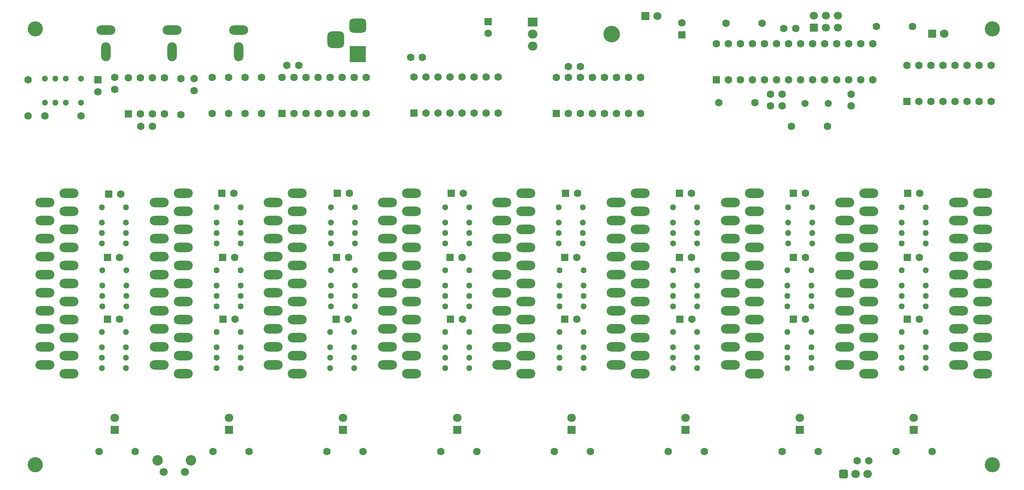
<source format=gbr>
%TF.GenerationSoftware,KiCad,Pcbnew,9.0.6*%
%TF.CreationDate,2025-10-31T15:30:13+00:00*%
%TF.ProjectId,SCART_Invader,53434152-545f-4496-9e76-616465722e6b,rev?*%
%TF.SameCoordinates,Original*%
%TF.FileFunction,Soldermask,Bot*%
%TF.FilePolarity,Negative*%
%FSLAX46Y46*%
G04 Gerber Fmt 4.6, Leading zero omitted, Abs format (unit mm)*
G04 Created by KiCad (PCBNEW 9.0.6) date 2025-10-31 15:30:13*
%MOMM*%
%LPD*%
G01*
G04 APERTURE LIST*
G04 Aperture macros list*
%AMRoundRect*
0 Rectangle with rounded corners*
0 $1 Rounding radius*
0 $2 $3 $4 $5 $6 $7 $8 $9 X,Y pos of 4 corners*
0 Add a 4 corners polygon primitive as box body*
4,1,4,$2,$3,$4,$5,$6,$7,$8,$9,$2,$3,0*
0 Add four circle primitives for the rounded corners*
1,1,$1+$1,$2,$3*
1,1,$1+$1,$4,$5*
1,1,$1+$1,$6,$7*
1,1,$1+$1,$8,$9*
0 Add four rect primitives between the rounded corners*
20,1,$1+$1,$2,$3,$4,$5,0*
20,1,$1+$1,$4,$5,$6,$7,0*
20,1,$1+$1,$6,$7,$8,$9,0*
20,1,$1+$1,$8,$9,$2,$3,0*%
G04 Aperture macros list end*
%ADD10C,1.300000*%
%ADD11RoundRect,0.250000X-0.550000X-0.550000X0.550000X-0.550000X0.550000X0.550000X-0.550000X0.550000X0*%
%ADD12C,1.600000*%
%ADD13C,3.200000*%
%ADD14R,1.800000X1.800000*%
%ADD15C,1.800000*%
%ADD16O,4.000000X2.000000*%
%ADD17RoundRect,0.250000X0.550000X-0.550000X0.550000X0.550000X-0.550000X0.550000X-0.550000X-0.550000X0*%
%ADD18R,3.500000X3.500000*%
%ADD19RoundRect,0.750000X-1.000000X0.750000X-1.000000X-0.750000X1.000000X-0.750000X1.000000X0.750000X0*%
%ADD20RoundRect,0.875000X-0.875000X0.875000X-0.875000X-0.875000X0.875000X-0.875000X0.875000X0.875000X0*%
%ADD21RoundRect,0.250000X-0.550000X0.550000X-0.550000X-0.550000X0.550000X-0.550000X0.550000X0.550000X0*%
%ADD22R,1.700000X1.700000*%
%ADD23C,1.700000*%
%ADD24RoundRect,0.250200X-0.649800X-0.649800X0.649800X-0.649800X0.649800X0.649800X-0.649800X0.649800X0*%
%ADD25O,2.000000X4.000000*%
%ADD26C,2.200000*%
%ADD27C,1.500000*%
%ADD28C,3.500000*%
%ADD29R,2.000000X1.905000*%
%ADD30O,2.000000X1.905000*%
G04 APERTURE END LIST*
D10*
%TO.C,K11*%
X126629000Y-100467227D03*
X126629000Y-103667227D03*
X126629000Y-105867227D03*
X126629000Y-108067227D03*
X131709000Y-108067227D03*
X131709000Y-105867227D03*
X131709000Y-103667227D03*
X131709000Y-100467227D03*
%TD*%
%TO.C,K22*%
X198882000Y-100467227D03*
X198882000Y-103667227D03*
X198882000Y-105867227D03*
X198882000Y-108067227D03*
X203962000Y-108067227D03*
X203962000Y-105867227D03*
X203962000Y-103667227D03*
X203962000Y-100467227D03*
%TD*%
D11*
%TO.C,D30*%
X103710000Y-97750000D03*
D12*
X106250000Y-97750000D03*
%TD*%
%TO.C,C7*%
X197764400Y-65748051D03*
X197764400Y-63248051D03*
%TD*%
D13*
%TO.C,H2*%
X40097000Y-141450000D03*
%TD*%
D14*
%TO.C,D8*%
X177364571Y-134112000D03*
D15*
X177364571Y-131572000D03*
%TD*%
D16*
%TO.C,J5*%
X71311426Y-84186134D03*
X66231426Y-86101134D03*
X71311426Y-87996134D03*
X66231426Y-89911134D03*
X71311426Y-91806134D03*
X66231426Y-93721134D03*
X71311426Y-95616134D03*
X66231426Y-97531134D03*
X71311426Y-99426134D03*
X66231426Y-101341134D03*
X71311426Y-103236134D03*
X66231426Y-105151134D03*
X71311426Y-107046134D03*
X66231426Y-108961134D03*
X71311426Y-110856134D03*
X66231426Y-112771134D03*
X71311426Y-114666134D03*
X66231426Y-116581134D03*
X71311426Y-118476134D03*
X66231426Y-120391134D03*
X71311426Y-122286134D03*
%TD*%
D17*
%TO.C,C10*%
X176594887Y-50684313D03*
D12*
X176594887Y-48184313D03*
%TD*%
D17*
%TO.C,U8*%
X59792000Y-67370000D03*
D12*
X62332000Y-67370000D03*
X64872000Y-67370000D03*
X67412000Y-67370000D03*
X67412000Y-59750000D03*
X64872000Y-59750000D03*
X62332000Y-59750000D03*
X59792000Y-59750000D03*
%TD*%
%TO.C,C6*%
X212305458Y-65748051D03*
X212305458Y-63248051D03*
%TD*%
D16*
%TO.C,J12*%
X240130426Y-84186134D03*
X235050426Y-86101134D03*
X240130426Y-87996134D03*
X235050426Y-89911134D03*
X240130426Y-91806134D03*
X235050426Y-93721134D03*
X240130426Y-95616134D03*
X235050426Y-97531134D03*
X240130426Y-99426134D03*
X235050426Y-101341134D03*
X240130426Y-103236134D03*
X235050426Y-105151134D03*
X240130426Y-107046134D03*
X235050426Y-108961134D03*
X240130426Y-110856134D03*
X235050426Y-112771134D03*
X240130426Y-114666134D03*
X235050426Y-116581134D03*
X240130426Y-118476134D03*
X235050426Y-120391134D03*
X240130426Y-122286134D03*
%TD*%
D10*
%TO.C,K2*%
X54213600Y-100467227D03*
X54213600Y-103667227D03*
X54213600Y-105867227D03*
X54213600Y-108067227D03*
X59293600Y-108067227D03*
X59293600Y-105867227D03*
X59293600Y-103667227D03*
X59293600Y-100467227D03*
%TD*%
D11*
%TO.C,D15*%
X103833333Y-84201000D03*
D12*
X106373333Y-84201000D03*
%TD*%
%TO.C,C13*%
X73660000Y-59964000D03*
X73660000Y-62464000D03*
%TD*%
D18*
%TO.C,J2*%
X108204000Y-54750000D03*
D19*
X108204000Y-48750000D03*
D20*
X103504000Y-51750000D03*
%TD*%
D12*
%TO.C,R13*%
X101650800Y-138734800D03*
X109270800Y-138734800D03*
%TD*%
D17*
%TO.C,U5*%
X183878384Y-60232836D03*
D12*
X186418384Y-60232836D03*
X188958384Y-60232836D03*
X191498384Y-60232836D03*
X194038384Y-60232836D03*
X196578384Y-60232836D03*
X199118384Y-60232836D03*
X201658384Y-60232836D03*
X204198384Y-60232836D03*
X206738384Y-60232836D03*
X209278384Y-60232836D03*
X211818384Y-60232836D03*
X214358384Y-60232836D03*
X216898384Y-60232836D03*
X216898384Y-52612836D03*
X214358384Y-52612836D03*
X211818384Y-52612836D03*
X209278384Y-52612836D03*
X206738384Y-52612836D03*
X204198384Y-52612836D03*
X201658384Y-52612836D03*
X199118384Y-52612836D03*
X196578384Y-52612836D03*
X194038384Y-52612836D03*
X191498384Y-52612836D03*
X188958384Y-52612836D03*
X186418384Y-52612836D03*
X183878384Y-52612836D03*
%TD*%
D16*
%TO.C,J11*%
X216013426Y-84186134D03*
X210933426Y-86101134D03*
X216013426Y-87996134D03*
X210933426Y-89911134D03*
X216013426Y-91806134D03*
X210933426Y-93721134D03*
X216013426Y-95616134D03*
X210933426Y-97531134D03*
X216013426Y-99426134D03*
X210933426Y-101341134D03*
X216013426Y-103236134D03*
X210933426Y-105151134D03*
X216013426Y-107046134D03*
X210933426Y-108961134D03*
X216013426Y-110856134D03*
X210933426Y-112771134D03*
X216013426Y-114666134D03*
X210933426Y-116581134D03*
X216013426Y-118476134D03*
X210933426Y-120391134D03*
X216013426Y-122286134D03*
%TD*%
D12*
%TO.C,R14*%
X125679200Y-138734800D03*
X133299200Y-138734800D03*
%TD*%
D11*
%TO.C,D33*%
X55385686Y-97750000D03*
D12*
X57925686Y-97750000D03*
%TD*%
D14*
%TO.C,D7*%
X153270857Y-134112000D03*
D15*
X153270857Y-131572000D03*
%TD*%
D14*
%TO.C,D3*%
X80989714Y-134112000D03*
D15*
X80989714Y-131572000D03*
%TD*%
D10*
%TO.C,K23*%
X199019000Y-87172800D03*
X199019000Y-90372800D03*
X199019000Y-92572800D03*
X199019000Y-94772800D03*
X204099000Y-94772800D03*
X204099000Y-92572800D03*
X204099000Y-90372800D03*
X204099000Y-87172800D03*
%TD*%
D12*
%TO.C,R8*%
X199745600Y-70002400D03*
X207365600Y-70002400D03*
%TD*%
D21*
%TO.C,D19*%
X53340000Y-60198000D03*
D12*
X53340000Y-62738000D03*
%TD*%
D21*
%TO.C,C9*%
X135686800Y-47904400D03*
D12*
X135686800Y-50404400D03*
%TD*%
D11*
%TO.C,D17*%
X200166667Y-84201000D03*
D12*
X202706667Y-84201000D03*
%TD*%
D22*
%TO.C,J1*%
X204418384Y-49232836D03*
D23*
X204418384Y-46692836D03*
X206958384Y-49232836D03*
X206958384Y-46692836D03*
X209498384Y-49232836D03*
X209498384Y-46692836D03*
%TD*%
D14*
%TO.C,D10*%
X225552000Y-134112000D03*
D15*
X225552000Y-131572000D03*
%TD*%
D14*
%TO.C,D2*%
X56896000Y-134112000D03*
D15*
X56896000Y-131572000D03*
%TD*%
D12*
%TO.C,C4*%
X200609200Y-49377600D03*
X198109200Y-49377600D03*
%TD*%
%TO.C,R10*%
X53594000Y-138734800D03*
X61214000Y-138734800D03*
%TD*%
D11*
%TO.C,D1*%
X224135686Y-97750000D03*
D12*
X226675686Y-97750000D03*
%TD*%
D10*
%TO.C,K8*%
X102489000Y-100467227D03*
X102489000Y-103667227D03*
X102489000Y-105867227D03*
X102489000Y-108067227D03*
X107569000Y-108067227D03*
X107569000Y-105867227D03*
X107569000Y-103667227D03*
X107569000Y-100467227D03*
%TD*%
D11*
%TO.C,D20*%
X224210000Y-110750000D03*
D12*
X226750000Y-110750000D03*
%TD*%
%TO.C,R21*%
X70866000Y-59944000D03*
X70866000Y-67564000D03*
%TD*%
D17*
%TO.C,U4*%
X150072615Y-67354090D03*
D12*
X152612615Y-67354090D03*
X155152615Y-67354090D03*
X157692615Y-67354090D03*
X160232615Y-67354090D03*
X162772615Y-67354090D03*
X165312615Y-67354090D03*
X167852615Y-67354090D03*
X167852615Y-59734090D03*
X165312615Y-59734090D03*
X162772615Y-59734090D03*
X160232615Y-59734090D03*
X157692615Y-59734090D03*
X155152615Y-59734090D03*
X152612615Y-59734090D03*
X150072615Y-59734090D03*
%TD*%
D10*
%TO.C,K15*%
X150759000Y-100467227D03*
X150759000Y-103667227D03*
X150759000Y-105867227D03*
X150759000Y-108067227D03*
X155839000Y-108067227D03*
X155839000Y-105867227D03*
X155839000Y-103667227D03*
X155839000Y-100467227D03*
%TD*%
D13*
%TO.C,H4*%
X242097000Y-141450000D03*
%TD*%
D24*
%TO.C,U6*%
X210743800Y-143459200D03*
D15*
X213283800Y-143459200D03*
X215823800Y-143459200D03*
%TD*%
D10*
%TO.C,K13*%
X49724000Y-59954000D03*
X46524000Y-59954000D03*
X44324000Y-59954000D03*
X42124000Y-59954000D03*
X42124000Y-65034000D03*
X44324000Y-65034000D03*
X46524000Y-65034000D03*
X49724000Y-65034000D03*
%TD*%
D16*
%TO.C,J3*%
X83000000Y-49750000D03*
D25*
X83000000Y-54250000D03*
D16*
X69000000Y-49750000D03*
D25*
X69000000Y-54250000D03*
D16*
X55000000Y-49750000D03*
D25*
X55000000Y-54250000D03*
%TD*%
D11*
%TO.C,D14*%
X127916667Y-84201000D03*
D12*
X130456667Y-84201000D03*
%TD*%
%TO.C,R1*%
X87884000Y-59690000D03*
X87884000Y-67310000D03*
%TD*%
D13*
%TO.C,H3*%
X242097000Y-49450000D03*
%TD*%
D11*
%TO.C,D34*%
X55385686Y-110750000D03*
D12*
X57925686Y-110750000D03*
%TD*%
D17*
%TO.C,U2*%
X120010000Y-67250000D03*
D12*
X122550000Y-67250000D03*
X125090000Y-67250000D03*
X127630000Y-67250000D03*
X130170000Y-67250000D03*
X132710000Y-67250000D03*
X135250000Y-67250000D03*
X137790000Y-67250000D03*
X137790000Y-59630000D03*
X135250000Y-59630000D03*
X132710000Y-59630000D03*
X130170000Y-59630000D03*
X127630000Y-59630000D03*
X125090000Y-59630000D03*
X122550000Y-59630000D03*
X120010000Y-59630000D03*
%TD*%
%TO.C,R3*%
X84412667Y-59690000D03*
X84412667Y-67310000D03*
%TD*%
%TO.C,C8*%
X216057800Y-140665200D03*
X213557800Y-140665200D03*
%TD*%
%TO.C,C3*%
X95738000Y-57150000D03*
X93238000Y-57150000D03*
%TD*%
D11*
%TO.C,D31*%
X79710000Y-110750000D03*
D12*
X82250000Y-110750000D03*
%TD*%
D16*
%TO.C,J10*%
X191896426Y-84186134D03*
X186816426Y-86101134D03*
X191896426Y-87996134D03*
X186816426Y-89911134D03*
X191896426Y-91806134D03*
X186816426Y-93721134D03*
X191896426Y-95616134D03*
X186816426Y-97531134D03*
X191896426Y-99426134D03*
X186816426Y-101341134D03*
X191896426Y-103236134D03*
X186816426Y-105151134D03*
X191896426Y-107046134D03*
X186816426Y-108961134D03*
X191896426Y-110856134D03*
X186816426Y-112771134D03*
X191896426Y-114666134D03*
X186816426Y-116581134D03*
X191896426Y-118476134D03*
X186816426Y-120391134D03*
X191896426Y-122286134D03*
%TD*%
D10*
%TO.C,K16*%
X150632000Y-87172800D03*
X150632000Y-90372800D03*
X150632000Y-92572800D03*
X150632000Y-94772800D03*
X155712000Y-94772800D03*
X155712000Y-92572800D03*
X155712000Y-90372800D03*
X155712000Y-87172800D03*
%TD*%
D12*
%TO.C,R17*%
X197764400Y-138734800D03*
X205384400Y-138734800D03*
%TD*%
D10*
%TO.C,K18*%
X174752000Y-100467227D03*
X174752000Y-103667227D03*
X174752000Y-105867227D03*
X174752000Y-108067227D03*
X179832000Y-108067227D03*
X179832000Y-105867227D03*
X179832000Y-103667227D03*
X179832000Y-100467227D03*
%TD*%
%TO.C,K5*%
X78369000Y-100467227D03*
X78369000Y-103667227D03*
X78369000Y-105867227D03*
X78369000Y-108067227D03*
X83449000Y-108067227D03*
X83449000Y-105867227D03*
X83449000Y-103667227D03*
X83449000Y-100467227D03*
%TD*%
D12*
%TO.C,C1*%
X195305458Y-63248051D03*
X195305458Y-65748051D03*
%TD*%
D16*
%TO.C,J8*%
X143662426Y-84186134D03*
X138582426Y-86101134D03*
X143662426Y-87996134D03*
X138582426Y-89911134D03*
X143662426Y-91806134D03*
X138582426Y-93721134D03*
X143662426Y-95616134D03*
X138582426Y-97531134D03*
X143662426Y-99426134D03*
X138582426Y-101341134D03*
X143662426Y-103236134D03*
X138582426Y-105151134D03*
X143662426Y-107046134D03*
X138582426Y-108961134D03*
X143662426Y-110856134D03*
X138582426Y-112771134D03*
X143662426Y-114666134D03*
X138582426Y-116581134D03*
X143662426Y-118476134D03*
X138582426Y-120391134D03*
X143662426Y-122286134D03*
%TD*%
D12*
%TO.C,R4*%
X77470000Y-59690000D03*
X77470000Y-67310000D03*
%TD*%
D14*
%TO.C,D9*%
X201458286Y-134112000D03*
D15*
X201458286Y-131572000D03*
%TD*%
D10*
%TO.C,K20*%
X198882000Y-113500000D03*
X198882000Y-116700000D03*
X198882000Y-118900000D03*
X198882000Y-121100000D03*
X203962000Y-121100000D03*
X203962000Y-118900000D03*
X203962000Y-116700000D03*
X203962000Y-113500000D03*
%TD*%
D14*
%TO.C,D5*%
X105083429Y-134112000D03*
D15*
X105083429Y-131572000D03*
%TD*%
D12*
%TO.C,R7*%
X193548000Y-48260000D03*
X185928000Y-48260000D03*
%TD*%
D10*
%TO.C,K4*%
X78359000Y-113500000D03*
X78359000Y-116700000D03*
X78359000Y-118900000D03*
X78359000Y-121100000D03*
X83439000Y-121100000D03*
X83439000Y-118900000D03*
X83439000Y-116700000D03*
X83439000Y-113500000D03*
%TD*%
D12*
%TO.C,R15*%
X149707600Y-138734800D03*
X157327600Y-138734800D03*
%TD*%
D17*
%TO.C,U1*%
X92202000Y-67354090D03*
D12*
X94742000Y-67354090D03*
X97282000Y-67354090D03*
X99822000Y-67354090D03*
X102362000Y-67354090D03*
X104902000Y-67354090D03*
X107442000Y-67354090D03*
X109982000Y-67354090D03*
X109982000Y-59734090D03*
X107442000Y-59734090D03*
X104902000Y-59734090D03*
X102362000Y-59734090D03*
X99822000Y-59734090D03*
X97282000Y-59734090D03*
X94742000Y-59734090D03*
X92202000Y-59734090D03*
%TD*%
D16*
%TO.C,J4*%
X47194426Y-84186134D03*
X42114426Y-86101134D03*
X47194426Y-87996134D03*
X42114426Y-89911134D03*
X47194426Y-91806134D03*
X42114426Y-93721134D03*
X47194426Y-95616134D03*
X42114426Y-97531134D03*
X47194426Y-99426134D03*
X42114426Y-101341134D03*
X47194426Y-103236134D03*
X42114426Y-105151134D03*
X47194426Y-107046134D03*
X42114426Y-108961134D03*
X47194426Y-110856134D03*
X42114426Y-112771134D03*
X47194426Y-114666134D03*
X42114426Y-116581134D03*
X47194426Y-118476134D03*
X42114426Y-120391134D03*
X47194426Y-122286134D03*
%TD*%
D10*
%TO.C,K14*%
X150749000Y-113500000D03*
X150749000Y-116700000D03*
X150749000Y-118900000D03*
X150749000Y-121100000D03*
X155829000Y-121100000D03*
X155829000Y-118900000D03*
X155829000Y-116700000D03*
X155829000Y-113500000D03*
%TD*%
D11*
%TO.C,D12*%
X176083333Y-84201000D03*
D12*
X178623333Y-84201000D03*
%TD*%
%TO.C,R6*%
X192024000Y-65024000D03*
X184404000Y-65024000D03*
%TD*%
D14*
%TO.C,D6*%
X129177143Y-134112000D03*
D15*
X129177143Y-131572000D03*
%TD*%
D11*
%TO.C,D25*%
X151885686Y-97750000D03*
D12*
X154425686Y-97750000D03*
%TD*%
D22*
%TO.C,J13*%
X168905000Y-46736000D03*
D23*
X171445000Y-46736000D03*
%TD*%
D12*
%TO.C,C11*%
X56896000Y-59710000D03*
X56896000Y-62210000D03*
%TD*%
%TO.C,R16*%
X173736000Y-138734800D03*
X181356000Y-138734800D03*
%TD*%
%TO.C,C2*%
X119329200Y-55499000D03*
X121829200Y-55499000D03*
%TD*%
D16*
%TO.C,J6*%
X95428426Y-84186134D03*
X90348426Y-86101134D03*
X95428426Y-87996134D03*
X90348426Y-89911134D03*
X95428426Y-91806134D03*
X90348426Y-93721134D03*
X95428426Y-95616134D03*
X90348426Y-97531134D03*
X95428426Y-99426134D03*
X90348426Y-101341134D03*
X95428426Y-103236134D03*
X90348426Y-105151134D03*
X95428426Y-107046134D03*
X90348426Y-108961134D03*
X95428426Y-110856134D03*
X90348426Y-112771134D03*
X95428426Y-114666134D03*
X90348426Y-116581134D03*
X95428426Y-118476134D03*
X90348426Y-120391134D03*
X95428426Y-122286134D03*
%TD*%
D26*
%TO.C,SW1*%
X72943600Y-140542200D03*
X65943600Y-140542200D03*
D23*
X71693600Y-143042200D03*
X67193600Y-143042200D03*
%TD*%
D11*
%TO.C,D16*%
X79500000Y-84201000D03*
D12*
X82040000Y-84201000D03*
%TD*%
%TO.C,R12*%
X225298000Y-48920400D03*
X217678000Y-48920400D03*
%TD*%
D11*
%TO.C,D22*%
X200135686Y-110750000D03*
D12*
X202675686Y-110750000D03*
%TD*%
D10*
%TO.C,K17*%
X174752000Y-113500000D03*
X174752000Y-116700000D03*
X174752000Y-118900000D03*
X174752000Y-121100000D03*
X179832000Y-121100000D03*
X179832000Y-118900000D03*
X179832000Y-116700000D03*
X179832000Y-113500000D03*
%TD*%
D12*
%TO.C,R20*%
X42164000Y-67818000D03*
X49784000Y-67818000D03*
%TD*%
%TO.C,R18*%
X221792800Y-138734800D03*
X229412800Y-138734800D03*
%TD*%
D10*
%TO.C,K25*%
X223022000Y-87172800D03*
X223022000Y-90372800D03*
X223022000Y-92572800D03*
X223022000Y-94772800D03*
X228102000Y-94772800D03*
X228102000Y-92572800D03*
X228102000Y-90372800D03*
X228102000Y-87172800D03*
%TD*%
D11*
%TO.C,D29*%
X103635686Y-110750000D03*
D12*
X106175686Y-110750000D03*
%TD*%
D10*
%TO.C,K21*%
X223022000Y-113500000D03*
X223022000Y-116700000D03*
X223022000Y-118900000D03*
X223022000Y-121100000D03*
X228102000Y-121100000D03*
X228102000Y-118900000D03*
X228102000Y-116700000D03*
X228102000Y-113500000D03*
%TD*%
D12*
%TO.C,R2*%
X80941333Y-59690000D03*
X80941333Y-67310000D03*
%TD*%
D16*
%TO.C,J9*%
X167779426Y-84186134D03*
X162699426Y-86101134D03*
X167779426Y-87996134D03*
X162699426Y-89911134D03*
X167779426Y-91806134D03*
X162699426Y-93721134D03*
X167779426Y-95616134D03*
X162699426Y-97531134D03*
X167779426Y-99426134D03*
X162699426Y-101341134D03*
X167779426Y-103236134D03*
X162699426Y-105151134D03*
X167779426Y-107046134D03*
X162699426Y-108961134D03*
X167779426Y-110856134D03*
X162699426Y-112771134D03*
X167779426Y-114666134D03*
X162699426Y-116581134D03*
X167779426Y-118476134D03*
X162699426Y-120391134D03*
X167779426Y-122286134D03*
%TD*%
D12*
%TO.C,C5*%
X152674000Y-57404000D03*
X155174000Y-57404000D03*
%TD*%
D16*
%TO.C,J7*%
X119545426Y-84186134D03*
X114465426Y-86101134D03*
X119545426Y-87996134D03*
X114465426Y-89911134D03*
X119545426Y-91806134D03*
X114465426Y-93721134D03*
X119545426Y-95616134D03*
X114465426Y-97531134D03*
X119545426Y-99426134D03*
X114465426Y-101341134D03*
X119545426Y-103236134D03*
X114465426Y-105151134D03*
X119545426Y-107046134D03*
X114465426Y-108961134D03*
X119545426Y-110856134D03*
X114465426Y-112771134D03*
X119545426Y-114666134D03*
X114465426Y-116581134D03*
X119545426Y-118476134D03*
X114465426Y-120391134D03*
X119545426Y-122286134D03*
%TD*%
D11*
%TO.C,D26*%
X151885686Y-110750000D03*
D12*
X154425686Y-110750000D03*
%TD*%
%TO.C,R19*%
X38608000Y-60198000D03*
X38608000Y-67818000D03*
%TD*%
D10*
%TO.C,K1*%
X54162800Y-113500000D03*
X54162800Y-116700000D03*
X54162800Y-118900000D03*
X54162800Y-121100000D03*
X59242800Y-121100000D03*
X59242800Y-118900000D03*
X59242800Y-116700000D03*
X59242800Y-113500000D03*
%TD*%
%TO.C,K12*%
X126619000Y-87172800D03*
X126619000Y-90372800D03*
X126619000Y-92572800D03*
X126619000Y-94772800D03*
X131699000Y-94772800D03*
X131699000Y-92572800D03*
X131699000Y-90372800D03*
X131699000Y-87172800D03*
%TD*%
D11*
%TO.C,D32*%
X79635686Y-97750000D03*
D12*
X82175686Y-97750000D03*
%TD*%
D10*
%TO.C,K6*%
X78369000Y-87172800D03*
X78369000Y-90372800D03*
X78369000Y-92572800D03*
X78369000Y-94772800D03*
X83449000Y-94772800D03*
X83449000Y-92572800D03*
X83449000Y-90372800D03*
X83449000Y-87172800D03*
%TD*%
D11*
%TO.C,D13*%
X152000000Y-84201000D03*
D12*
X154540000Y-84201000D03*
%TD*%
D27*
%TO.C,Y1*%
X207493842Y-65176400D03*
X202613842Y-65176400D03*
%TD*%
D12*
%TO.C,R11*%
X77622400Y-138734800D03*
X85242400Y-138734800D03*
%TD*%
D28*
%TO.C,U7*%
X161735000Y-50546000D03*
D29*
X145075000Y-48006000D03*
D30*
X145075000Y-50546000D03*
X145075000Y-53086000D03*
%TD*%
D11*
%TO.C,D11*%
X224250000Y-84201000D03*
D12*
X226790000Y-84201000D03*
%TD*%
D10*
%TO.C,K24*%
X223012000Y-100467227D03*
X223012000Y-103667227D03*
X223012000Y-105867227D03*
X223012000Y-108067227D03*
X228092000Y-108067227D03*
X228092000Y-105867227D03*
X228092000Y-103667227D03*
X228092000Y-100467227D03*
%TD*%
D11*
%TO.C,D27*%
X127635686Y-97750000D03*
D12*
X130175686Y-97750000D03*
%TD*%
D10*
%TO.C,K3*%
X54203600Y-87172800D03*
X54203600Y-90372800D03*
X54203600Y-92572800D03*
X54203600Y-94772800D03*
X59283600Y-94772800D03*
X59283600Y-92572800D03*
X59283600Y-90372800D03*
X59283600Y-87172800D03*
%TD*%
D17*
%TO.C,U3*%
X224130314Y-64742001D03*
D12*
X226670314Y-64742001D03*
X229210314Y-64742001D03*
X231750314Y-64742001D03*
X234290314Y-64742001D03*
X236830314Y-64742001D03*
X239370314Y-64742001D03*
X241910314Y-64742001D03*
X241910314Y-57122001D03*
X239370314Y-57122001D03*
X236830314Y-57122001D03*
X234290314Y-57122001D03*
X231750314Y-57122001D03*
X229210314Y-57122001D03*
X226670314Y-57122001D03*
X224130314Y-57122001D03*
%TD*%
D10*
%TO.C,K9*%
X102489000Y-87172800D03*
X102489000Y-90372800D03*
X102489000Y-92572800D03*
X102489000Y-94772800D03*
X107569000Y-94772800D03*
X107569000Y-92572800D03*
X107569000Y-90372800D03*
X107569000Y-87172800D03*
%TD*%
D12*
%TO.C,C12*%
X64871600Y-70053200D03*
X62371600Y-70053200D03*
%TD*%
D11*
%TO.C,D23*%
X176135686Y-110750000D03*
D12*
X178675686Y-110750000D03*
%TD*%
D11*
%TO.C,D28*%
X127710000Y-110772742D03*
D12*
X130250000Y-110772742D03*
%TD*%
D11*
%TO.C,D18*%
X55565191Y-84305258D03*
D12*
X58105191Y-84305258D03*
%TD*%
D10*
%TO.C,K10*%
X126619000Y-113500000D03*
X126619000Y-116700000D03*
X126619000Y-118900000D03*
X126619000Y-121100000D03*
X131699000Y-121100000D03*
X131699000Y-118900000D03*
X131699000Y-116700000D03*
X131699000Y-113500000D03*
%TD*%
D13*
%TO.C,H1*%
X40097000Y-49450000D03*
%TD*%
D11*
%TO.C,D21*%
X200135686Y-97750000D03*
D12*
X202675686Y-97750000D03*
%TD*%
D10*
%TO.C,K19*%
X174752000Y-87172800D03*
X174752000Y-90372800D03*
X174752000Y-92572800D03*
X174752000Y-94772800D03*
X179832000Y-94772800D03*
X179832000Y-92572800D03*
X179832000Y-90372800D03*
X179832000Y-87172800D03*
%TD*%
D14*
%TO.C,D4*%
X229412800Y-50495200D03*
D15*
X231952800Y-50495200D03*
%TD*%
D11*
%TO.C,D24*%
X176100000Y-97700000D03*
D12*
X178640000Y-97700000D03*
%TD*%
D10*
%TO.C,K7*%
X102372000Y-113500000D03*
X102372000Y-116700000D03*
X102372000Y-118900000D03*
X102372000Y-121100000D03*
X107452000Y-121100000D03*
X107452000Y-118900000D03*
X107452000Y-116700000D03*
X107452000Y-113500000D03*
%TD*%
M02*

</source>
